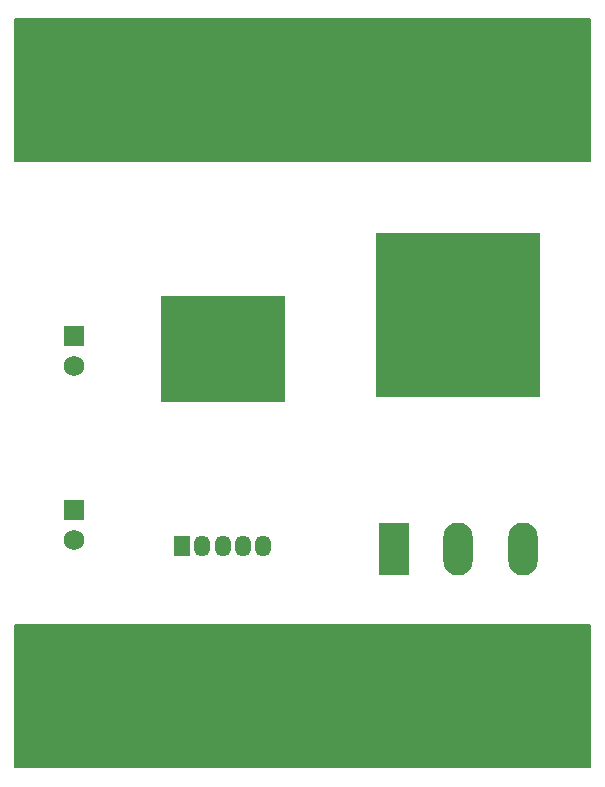
<source format=gbs>
G04 #@! TF.FileFunction,Soldermask,Bot*
%FSLAX46Y46*%
G04 Gerber Fmt 4.6, Leading zero omitted, Abs format (unit mm)*
G04 Created by KiCad (PCBNEW 4.0.4-stable) date 04/13/19 01:51:21*
%MOMM*%
%LPD*%
G01*
G04 APERTURE LIST*
%ADD10C,0.100000*%
%ADD11R,1.750000X1.750000*%
%ADD12C,1.750000*%
%ADD13R,10.541000X9.093200*%
%ADD14R,1.350000X1.800000*%
%ADD15O,1.350000X1.800000*%
%ADD16R,13.970000X13.970000*%
%ADD17R,2.500000X4.500000*%
%ADD18O,2.500000X4.500000*%
%ADD19R,6.350000X6.350000*%
%ADD20C,0.152400*%
G04 APERTURE END LIST*
D10*
D11*
X131064000Y-104648000D03*
D12*
X131064000Y-107148000D03*
D11*
X131064000Y-89916000D03*
D12*
X131064000Y-92416000D03*
D13*
X143608000Y-91036000D03*
D14*
X140208000Y-107696000D03*
D15*
X141908000Y-107696000D03*
X143608000Y-107696000D03*
X145308000Y-107696000D03*
X147008000Y-107696000D03*
D16*
X163565000Y-88090000D03*
D17*
X158115000Y-107950000D03*
D18*
X163565000Y-107950000D03*
X169015000Y-107950000D03*
D19*
X163068000Y-69088000D03*
X163068000Y-120396000D03*
X137668000Y-69088000D03*
X137668000Y-120396000D03*
D20*
G36*
X174675800Y-75107800D02*
X126060200Y-75107800D01*
X126060200Y-63068200D01*
X174675800Y-63068200D01*
X174675800Y-75107800D01*
X174675800Y-75107800D01*
G37*
X174675800Y-75107800D02*
X126060200Y-75107800D01*
X126060200Y-63068200D01*
X174675800Y-63068200D01*
X174675800Y-75107800D01*
G36*
X174675800Y-126415800D02*
X126060200Y-126415800D01*
X126060200Y-114376200D01*
X174675800Y-114376200D01*
X174675800Y-126415800D01*
X174675800Y-126415800D01*
G37*
X174675800Y-126415800D02*
X126060200Y-126415800D01*
X126060200Y-114376200D01*
X174675800Y-114376200D01*
X174675800Y-126415800D01*
M02*

</source>
